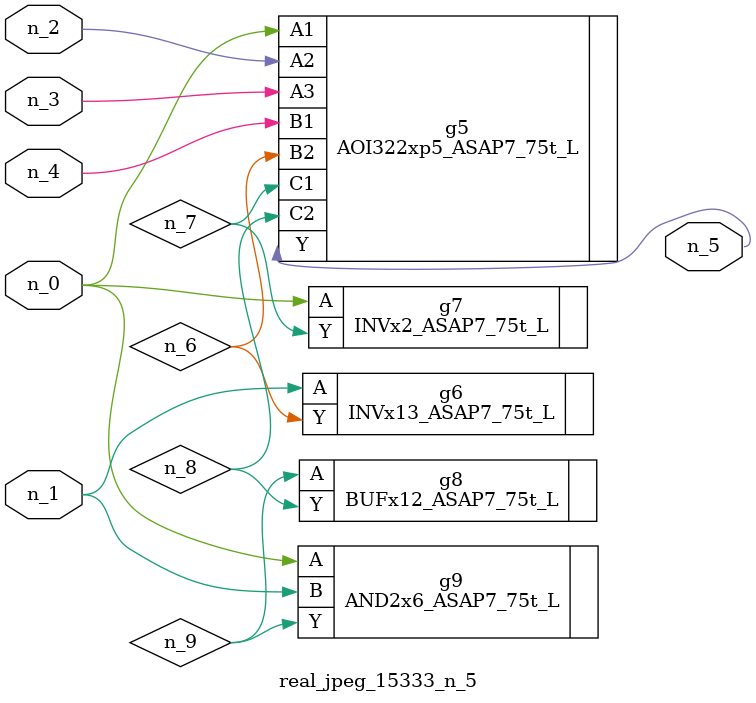
<source format=v>
module real_jpeg_15333_n_5 (n_4, n_0, n_1, n_2, n_3, n_5);

input n_4;
input n_0;
input n_1;
input n_2;
input n_3;

output n_5;

wire n_8;
wire n_6;
wire n_7;
wire n_9;

AOI322xp5_ASAP7_75t_L g5 ( 
.A1(n_0),
.A2(n_2),
.A3(n_3),
.B1(n_4),
.B2(n_6),
.C1(n_7),
.C2(n_8),
.Y(n_5)
);

INVx2_ASAP7_75t_L g7 ( 
.A(n_0),
.Y(n_7)
);

AND2x6_ASAP7_75t_L g9 ( 
.A(n_0),
.B(n_1),
.Y(n_9)
);

INVx13_ASAP7_75t_L g6 ( 
.A(n_1),
.Y(n_6)
);

BUFx12_ASAP7_75t_L g8 ( 
.A(n_9),
.Y(n_8)
);


endmodule
</source>
